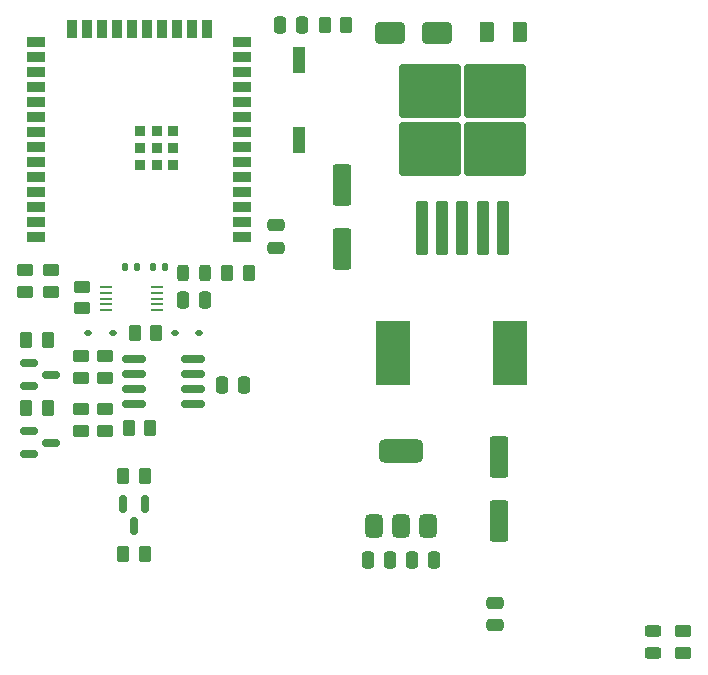
<source format=gtp>
G04 #@! TF.GenerationSoftware,KiCad,Pcbnew,7.0.11-7.0.11~ubuntu22.04.1*
G04 #@! TF.CreationDate,2024-09-13T17:01:46+07:00*
G04 #@! TF.ProjectId,scale,7363616c-652e-46b6-9963-61645f706362,rev?*
G04 #@! TF.SameCoordinates,Original*
G04 #@! TF.FileFunction,Paste,Top*
G04 #@! TF.FilePolarity,Positive*
%FSLAX46Y46*%
G04 Gerber Fmt 4.6, Leading zero omitted, Abs format (unit mm)*
G04 Created by KiCad (PCBNEW 7.0.11-7.0.11~ubuntu22.04.1) date 2024-09-13 17:01:46*
%MOMM*%
%LPD*%
G01*
G04 APERTURE LIST*
G04 Aperture macros list*
%AMRoundRect*
0 Rectangle with rounded corners*
0 $1 Rounding radius*
0 $2 $3 $4 $5 $6 $7 $8 $9 X,Y pos of 4 corners*
0 Add a 4 corners polygon primitive as box body*
4,1,4,$2,$3,$4,$5,$6,$7,$8,$9,$2,$3,0*
0 Add four circle primitives for the rounded corners*
1,1,$1+$1,$2,$3*
1,1,$1+$1,$4,$5*
1,1,$1+$1,$6,$7*
1,1,$1+$1,$8,$9*
0 Add four rect primitives between the rounded corners*
20,1,$1+$1,$2,$3,$4,$5,0*
20,1,$1+$1,$4,$5,$6,$7,0*
20,1,$1+$1,$6,$7,$8,$9,0*
20,1,$1+$1,$8,$9,$2,$3,0*%
G04 Aperture macros list end*
%ADD10R,1.100000X0.250000*%
%ADD11RoundRect,0.250000X-0.262500X-0.450000X0.262500X-0.450000X0.262500X0.450000X-0.262500X0.450000X0*%
%ADD12RoundRect,0.250000X0.262500X0.450000X-0.262500X0.450000X-0.262500X-0.450000X0.262500X-0.450000X0*%
%ADD13RoundRect,0.250000X0.450000X-0.262500X0.450000X0.262500X-0.450000X0.262500X-0.450000X-0.262500X0*%
%ADD14RoundRect,0.135000X-0.135000X-0.185000X0.135000X-0.185000X0.135000X0.185000X-0.135000X0.185000X0*%
%ADD15RoundRect,0.250000X-0.450000X0.262500X-0.450000X-0.262500X0.450000X-0.262500X0.450000X0.262500X0*%
%ADD16RoundRect,0.250000X0.250000X0.475000X-0.250000X0.475000X-0.250000X-0.475000X0.250000X-0.475000X0*%
%ADD17RoundRect,0.112500X0.187500X0.112500X-0.187500X0.112500X-0.187500X-0.112500X0.187500X-0.112500X0*%
%ADD18RoundRect,0.250000X-0.475000X0.250000X-0.475000X-0.250000X0.475000X-0.250000X0.475000X0.250000X0*%
%ADD19RoundRect,0.250000X1.000000X0.650000X-1.000000X0.650000X-1.000000X-0.650000X1.000000X-0.650000X0*%
%ADD20RoundRect,0.375000X0.375000X-0.625000X0.375000X0.625000X-0.375000X0.625000X-0.375000X-0.625000X0*%
%ADD21RoundRect,0.500000X1.400000X-0.500000X1.400000X0.500000X-1.400000X0.500000X-1.400000X-0.500000X0*%
%ADD22RoundRect,0.135000X0.135000X0.185000X-0.135000X0.185000X-0.135000X-0.185000X0.135000X-0.185000X0*%
%ADD23RoundRect,0.250000X0.375000X0.625000X-0.375000X0.625000X-0.375000X-0.625000X0.375000X-0.625000X0*%
%ADD24RoundRect,0.250000X0.550000X-1.500000X0.550000X1.500000X-0.550000X1.500000X-0.550000X-1.500000X0*%
%ADD25R,1.120000X2.160000*%
%ADD26RoundRect,0.150000X-0.587500X-0.150000X0.587500X-0.150000X0.587500X0.150000X-0.587500X0.150000X0*%
%ADD27RoundRect,0.243750X-0.456250X0.243750X-0.456250X-0.243750X0.456250X-0.243750X0.456250X0.243750X0*%
%ADD28RoundRect,0.243750X0.243750X0.456250X-0.243750X0.456250X-0.243750X-0.456250X0.243750X-0.456250X0*%
%ADD29RoundRect,0.250000X-0.250000X-0.475000X0.250000X-0.475000X0.250000X0.475000X-0.250000X0.475000X0*%
%ADD30RoundRect,0.150000X-0.825000X-0.150000X0.825000X-0.150000X0.825000X0.150000X-0.825000X0.150000X0*%
%ADD31RoundRect,0.250000X0.300000X-2.050000X0.300000X2.050000X-0.300000X2.050000X-0.300000X-2.050000X0*%
%ADD32RoundRect,0.250000X2.375000X-2.025000X2.375000X2.025000X-2.375000X2.025000X-2.375000X-2.025000X0*%
%ADD33RoundRect,0.250000X-0.550000X1.500000X-0.550000X-1.500000X0.550000X-1.500000X0.550000X1.500000X0*%
%ADD34R,2.895600X5.410200*%
%ADD35R,1.500000X0.900000*%
%ADD36R,0.900000X1.500000*%
%ADD37R,0.900000X0.900000*%
%ADD38RoundRect,0.150000X-0.150000X0.587500X-0.150000X-0.587500X0.150000X-0.587500X0.150000X0.587500X0*%
G04 APERTURE END LIST*
D10*
X11950000Y-24100000D03*
X11950000Y-24600000D03*
X11950000Y-25100000D03*
X11950000Y-25600000D03*
X11950000Y-26100000D03*
X16250000Y-26100000D03*
X16250000Y-25600000D03*
X16250000Y-25100000D03*
X16250000Y-24600000D03*
X16250000Y-24100000D03*
D11*
X22187500Y-22900000D03*
X24012500Y-22900000D03*
D12*
X16212500Y-28000000D03*
X14387500Y-28000000D03*
D13*
X9800000Y-36312500D03*
X9800000Y-34487500D03*
D14*
X15890000Y-22400000D03*
X16910000Y-22400000D03*
D15*
X9900000Y-24087500D03*
X9900000Y-25912500D03*
D16*
X28550000Y-1900000D03*
X26650000Y-1900000D03*
D17*
X12550000Y-28000000D03*
X10450000Y-28000000D03*
D13*
X7300000Y-24512500D03*
X7300000Y-22687500D03*
D18*
X26300000Y-18900000D03*
X26300000Y-20800000D03*
D19*
X40000000Y-2600000D03*
X36000000Y-2600000D03*
D20*
X34600000Y-44350000D03*
X36900000Y-44350000D03*
D21*
X36900000Y-38050000D03*
D20*
X39200000Y-44350000D03*
D22*
X14610000Y-22400000D03*
X13590000Y-22400000D03*
D23*
X47000000Y-2500000D03*
X44200000Y-2500000D03*
D24*
X31900000Y-20900000D03*
X31900000Y-15500000D03*
D25*
X28300000Y-11665000D03*
X28300000Y-4935000D03*
D26*
X5400000Y-30600000D03*
X5400000Y-32500000D03*
X7275000Y-31550000D03*
D16*
X23650000Y-32400000D03*
X21750000Y-32400000D03*
D13*
X11900000Y-31812500D03*
X11900000Y-29987500D03*
D12*
X15225000Y-40100000D03*
X13400000Y-40100000D03*
D27*
X58300000Y-53225000D03*
X58300000Y-55100000D03*
D28*
X20337500Y-22900000D03*
X18462500Y-22900000D03*
D13*
X9800000Y-31812500D03*
X9800000Y-29987500D03*
D29*
X18450000Y-25200000D03*
X20350000Y-25200000D03*
D12*
X15700000Y-36100000D03*
X13875000Y-36100000D03*
D11*
X5200000Y-34400000D03*
X7025000Y-34400000D03*
D30*
X14350000Y-30190000D03*
X14350000Y-31460000D03*
X14350000Y-32730000D03*
X14350000Y-34000000D03*
X19300000Y-34000000D03*
X19300000Y-32730000D03*
X19300000Y-31460000D03*
X19300000Y-30190000D03*
D16*
X36000000Y-47200000D03*
X34100000Y-47200000D03*
D13*
X60800000Y-55100000D03*
X60800000Y-53275000D03*
D26*
X5425000Y-36350000D03*
X5425000Y-38250000D03*
X7300000Y-37300000D03*
D13*
X5100000Y-24512500D03*
X5100000Y-22687500D03*
D16*
X39750000Y-47200000D03*
X37850000Y-47200000D03*
D31*
X38725000Y-19125000D03*
X40425000Y-19125000D03*
X42125000Y-19125000D03*
D32*
X39350000Y-12400000D03*
X44900000Y-12400000D03*
X39350000Y-7550000D03*
X44900000Y-7550000D03*
D31*
X43825000Y-19125000D03*
X45525000Y-19125000D03*
D11*
X30475000Y-1900000D03*
X32300000Y-1900000D03*
D33*
X45200000Y-38500000D03*
X45200000Y-43900000D03*
D13*
X11900000Y-36312500D03*
X11900000Y-34487500D03*
D34*
X36247000Y-29700000D03*
X46153000Y-29700000D03*
D11*
X5187500Y-28600000D03*
X7012500Y-28600000D03*
D17*
X19850000Y-28000000D03*
X17750000Y-28000000D03*
D35*
X23500000Y-19920000D03*
X23500000Y-18650000D03*
X23500000Y-17380000D03*
X23500000Y-16110000D03*
X23500000Y-14840000D03*
X23500000Y-13570000D03*
X23500000Y-12300000D03*
X23500000Y-11030000D03*
X23500000Y-9760000D03*
X23500000Y-8490000D03*
X23500000Y-7220000D03*
X23500000Y-5950000D03*
X23500000Y-4680000D03*
X23500000Y-3410000D03*
D36*
X20465000Y-2315000D03*
X19195000Y-2315000D03*
X17925000Y-2315000D03*
X16655000Y-2315000D03*
X15385000Y-2315000D03*
X14115000Y-2315000D03*
X12845000Y-2315000D03*
X11575000Y-2315000D03*
X10305000Y-2315000D03*
X9035000Y-2315000D03*
D35*
X6000000Y-3410000D03*
X6000000Y-4680000D03*
X6000000Y-5950000D03*
X6000000Y-7220000D03*
X6000000Y-8490000D03*
X6000000Y-9760000D03*
X6000000Y-11030000D03*
X6000000Y-12300000D03*
X6000000Y-13570000D03*
X6000000Y-14840000D03*
X6000000Y-16110000D03*
X6000000Y-17380000D03*
X6000000Y-18650000D03*
X6000000Y-19920000D03*
D37*
X17650000Y-13755000D03*
X17650000Y-12355000D03*
X17650000Y-10955000D03*
X16250000Y-13755000D03*
X16250000Y-12355000D03*
X16250000Y-10955000D03*
X14850000Y-13755000D03*
X14850000Y-12355000D03*
X14850000Y-10955000D03*
D38*
X15250000Y-42525000D03*
X13350000Y-42525000D03*
X14300000Y-44400000D03*
D18*
X44900000Y-50850000D03*
X44900000Y-52750000D03*
D12*
X15225000Y-46700000D03*
X13400000Y-46700000D03*
M02*

</source>
